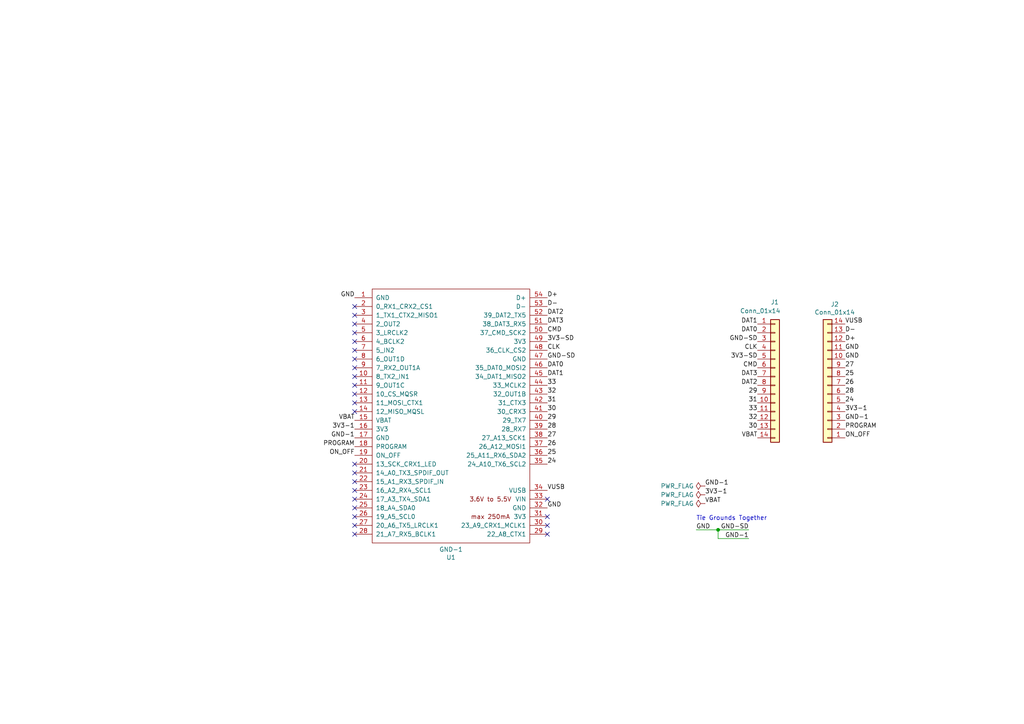
<source format=kicad_sch>
(kicad_sch (version 20211123) (generator eeschema)
  (paper "A4")
  (lib_symbols
    (symbol "Connector_Generic:Conn_01x14" (pin_names (offset 1.016) hide)
      (property "Reference" "J" (at 0 17.78 0))
      (property "Value" "Conn_01x14" (at 0 -20.32 0))
      (symbol "Conn_01x14_1_1"
        (rectangle (start -1.27 -17.653) (end 0 -17.907) (stroke (width 0.1524)))
        (rectangle (start -1.27 -15.113) (end 0 -15.367) (stroke (width 0.1524)))
        (rectangle (start -1.27 -12.573) (end 0 -12.827) (stroke (width 0.1524)))
        (rectangle (start -1.27 -10.033) (end 0 -10.287) (stroke (width 0.1524)))
        (rectangle (start -1.27 -7.493) (end 0 -7.747) (stroke (width 0.1524)))
        (rectangle (start -1.27 -4.953) (end 0 -5.207) (stroke (width 0.1524)))
        (rectangle (start -1.27 -2.413) (end 0 -2.667) (stroke (width 0.1524)))
        (rectangle (start -1.27 0.127) (end 0 -0.127) (stroke (width 0.1524)))
        (rectangle (start -1.27 2.667) (end 0 2.413) (stroke (width 0.1524)))
        (rectangle (start -1.27 5.207) (end 0 4.953) (stroke (width 0.1524)))
        (rectangle (start -1.27 7.747) (end 0 7.493) (stroke (width 0.1524)))
        (rectangle (start -1.27 10.287) (end 0 10.033) (stroke (width 0.1524)))
        (rectangle (start -1.27 12.827) (end 0 12.573) (stroke (width 0.1524)))
        (rectangle (start -1.27 15.367) (end 0 15.113) (stroke (width 0.1524)))
        (rectangle (start -1.27 16.51) (end 1.27 -19.05) (stroke (width 0.254)) (fill (type background)))
        (pin passive line (at -5.08 15.24 0) (length 3.81) (name "Pin_1") (number "1"))
        (pin passive line (at -5.08 -7.62 0) (length 3.81) (name "Pin_10") (number "10"))
        (pin passive line (at -5.08 -10.16 0) (length 3.81) (name "Pin_11") (number "11"))
        (pin passive line (at -5.08 -12.7 0) (length 3.81) (name "Pin_12") (number "12"))
        (pin passive line (at -5.08 -15.24 0) (length 3.81) (name "Pin_13") (number "13"))
        (pin passive line (at -5.08 -17.78 0) (length 3.81) (name "Pin_14") (number "14"))
        (pin passive line (at -5.08 12.7 0) (length 3.81) (name "Pin_2") (number "2"))
        (pin passive line (at -5.08 10.16 0) (length 3.81) (name "Pin_3") (number "3"))
        (pin passive line (at -5.08 7.62 0) (length 3.81) (name "Pin_4") (number "4"))
        (pin passive line (at -5.08 5.08 0) (length 3.81) (name "Pin_5") (number "5"))
        (pin passive line (at -5.08 2.54 0) (length 3.81) (name "Pin_6") (number "6"))
        (pin passive line (at -5.08 0 0) (length 3.81) (name "Pin_7") (number "7"))
        (pin passive line (at -5.08 -2.54 0) (length 3.81) (name "Pin_8") (number "8"))
        (pin passive line (at -5.08 -5.08 0) (length 3.81) (name "Pin_9") (number "9"))
      )
    )
    (symbol "power:PWR_FLAG" (power) (pin_numbers hide) (pin_names (offset 0) hide)
      (property "Value" "PWR_FLAG" (at 0 3.81 0))
      (symbol "PWR_FLAG_0_0"
        (pin power_out line (at 0 0 90) (length 0) (name "pwr") (number "1"))
      )
      (symbol "PWR_FLAG_0_1"
        (polyline (pts (xy 0 0) (xy 0 1.27) (xy -1.016 1.905) (xy 0 2.54) (xy 1.016 1.905) (xy 0 1.27)))
      )
    )
    (symbol "teensy4_header_breakout-rescue:Teensy4.0-Teensy" (pin_names (offset 1.016))
      (property "Reference" "U" (at 0 39.37 0))
      (property "Value" "Teensy4.0-Teensy" (at 0 -39.37 0))
      (symbol "Teensy4.0-Teensy_0_0"
        (text "3.6V to 5.5V" (at 11.43 -24.13 0) (effects (font (size 1.27 1.27))))
        (text "max 250mA" (at 11.43 -29.21 0) (effects (font (size 1.27 1.27))))
        (pin bidirectional line (at -27.94 11.43 0) (length 5.08) (name "8_TX2_IN1") (number "10"))
        (pin bidirectional line (at -27.94 8.89 0) (length 5.08) (name "9_OUT1C") (number "11"))
        (pin bidirectional line (at -27.94 6.35 0) (length 5.08) (name "10_CS_MQSR") (number "12"))
        (pin bidirectional line (at -27.94 3.81 0) (length 5.08) (name "11_MOSI_CTX1") (number "13"))
        (pin bidirectional line (at -27.94 1.27 0) (length 5.08) (name "12_MISO_MQSL") (number "14"))
        (pin power_in line (at -27.94 -1.27 0) (length 5.08) (name "VBAT") (number "15"))
        (pin power_in line (at -27.94 -3.81 0) (length 5.08) (name "3V3") (number "16"))
        (pin power_in line (at -27.94 -6.35 0) (length 5.08) (name "GND") (number "17"))
        (pin input line (at -27.94 -8.89 0) (length 5.08) (name "PROGRAM") (number "18"))
        (pin input line (at -27.94 -11.43 0) (length 5.08) (name "ON_OFF") (number "19"))
        (pin bidirectional line (at -27.94 -13.97 0) (length 5.08) (name "13_SCK_CRX1_LED") (number "20"))
        (pin bidirectional line (at -27.94 -16.51 0) (length 5.08) (name "14_A0_TX3_SPDIF_OUT") (number "21"))
        (pin bidirectional line (at -27.94 -19.05 0) (length 5.08) (name "15_A1_RX3_SPDIF_IN") (number "22"))
        (pin bidirectional line (at -27.94 -21.59 0) (length 5.08) (name "16_A2_RX4_SCL1") (number "23"))
        (pin bidirectional line (at -27.94 -24.13 0) (length 5.08) (name "17_A3_TX4_SDA1") (number "24"))
        (pin bidirectional line (at -27.94 -26.67 0) (length 5.08) (name "18_A4_SDA0") (number "25"))
        (pin bidirectional line (at -27.94 -29.21 0) (length 5.08) (name "19_A5_SCL0") (number "26"))
        (pin bidirectional line (at -27.94 -31.75 0) (length 5.08) (name "20_A6_TX5_LRCLK1") (number "27"))
        (pin bidirectional line (at -27.94 -34.29 0) (length 5.08) (name "21_A7_RX5_BCLK1") (number "28"))
        (pin bidirectional line (at 27.94 -34.29 180) (length 5.08) (name "22_A8_CTX1") (number "29"))
        (pin bidirectional line (at 27.94 -31.75 180) (length 5.08) (name "23_A9_CRX1_MCLK1") (number "30"))
        (pin power_out line (at 27.94 -29.21 180) (length 5.08) (name "3V3") (number "31"))
        (pin power_in line (at 27.94 -26.67 180) (length 5.08) (name "GND") (number "32"))
        (pin power_in line (at 27.94 -24.13 180) (length 5.08) (name "VIN") (number "33"))
        (pin power_out line (at 27.94 -21.59 180) (length 5.08) (name "VUSB") (number "34"))
        (pin bidirectional line (at 27.94 -13.97 180) (length 5.08) (name "24_A10_TX6_SCL2") (number "35"))
        (pin bidirectional line (at 27.94 -11.43 180) (length 5.08) (name "25_A11_RX6_SDA2") (number "36"))
        (pin bidirectional line (at 27.94 -8.89 180) (length 5.08) (name "26_A12_MOSI1") (number "37"))
        (pin bidirectional line (at 27.94 -6.35 180) (length 5.08) (name "27_A13_SCK1") (number "38"))
        (pin bidirectional line (at 27.94 -3.81 180) (length 5.08) (name "28_RX7") (number "39"))
        (pin bidirectional line (at 27.94 -1.27 180) (length 5.08) (name "29_TX7") (number "40"))
        (pin bidirectional line (at 27.94 1.27 180) (length 5.08) (name "30_CRX3") (number "41"))
        (pin bidirectional line (at 27.94 3.81 180) (length 5.08) (name "31_CTX3") (number "42"))
        (pin bidirectional line (at 27.94 6.35 180) (length 5.08) (name "32_OUT1B") (number "43"))
        (pin bidirectional line (at 27.94 8.89 180) (length 5.08) (name "33_MCLK2") (number "44"))
        (pin bidirectional line (at 27.94 11.43 180) (length 5.08) (name "34_DAT1_MISO2") (number "45"))
        (pin bidirectional line (at 27.94 13.97 180) (length 5.08) (name "35_DAT0_MOSI2") (number "46"))
        (pin power_out line (at 27.94 16.51 180) (length 5.08) (name "GND") (number "47"))
        (pin bidirectional line (at 27.94 19.05 180) (length 5.08) (name "36_CLK_CS2") (number "48"))
        (pin power_out line (at 27.94 21.59 180) (length 5.08) (name "3V3") (number "49"))
        (pin bidirectional line (at -27.94 24.13 0) (length 5.08) (name "3_LRCLK2") (number "5"))
        (pin bidirectional line (at 27.94 24.13 180) (length 5.08) (name "37_CMD_SCK2") (number "50"))
        (pin bidirectional line (at 27.94 26.67 180) (length 5.08) (name "38_DAT3_RX5") (number "51"))
        (pin bidirectional line (at 27.94 29.21 180) (length 5.08) (name "39_DAT2_TX5") (number "52"))
        (pin bidirectional line (at 27.94 31.75 180) (length 5.08) (name "D-") (number "53"))
        (pin bidirectional line (at 27.94 34.29 180) (length 5.08) (name "D+") (number "54"))
        (pin bidirectional line (at -27.94 21.59 0) (length 5.08) (name "4_BCLK2") (number "6"))
        (pin bidirectional line (at -27.94 19.05 0) (length 5.08) (name "5_IN2") (number "7"))
        (pin bidirectional line (at -27.94 16.51 0) (length 5.08) (name "6_OUT1D") (number "8"))
        (pin bidirectional line (at -27.94 13.97 0) (length 5.08) (name "7_RX2_OUT1A") (number "9"))
      )
      (symbol "Teensy4.0-Teensy_0_1"
        (rectangle (start -22.86 36.83) (end 22.86 -36.83))
        (rectangle (start -20.32 -31.75) (end -20.32 -31.75))
      )
      (symbol "Teensy4.0-Teensy_1_1"
        (pin power_in line (at -27.94 34.29 0) (length 5.08) (name "GND") (number "1"))
        (pin bidirectional line (at -27.94 31.75 0) (length 5.08) (name "0_RX1_CRX2_CS1") (number "2"))
        (pin bidirectional line (at -27.94 29.21 0) (length 5.08) (name "1_TX1_CTX2_MISO1") (number "3"))
        (pin bidirectional line (at -27.94 26.67 0) (length 5.08) (name "2_OUT2") (number "4"))
      )
    )
  )
  (junction (at 208.28 153.67))
  (no_connect (at 158.75 149.86))
  (no_connect (at 102.87 119.38))
  (no_connect (at 102.87 99.06))
  (no_connect (at 102.87 134.62))
  (no_connect (at 102.87 101.6))
  (no_connect (at 102.87 91.44))
  (no_connect (at 102.87 111.76))
  (no_connect (at 158.75 154.94))
  (no_connect (at 102.87 144.78))
  (no_connect (at 102.87 96.52))
  (no_connect (at 102.87 142.24))
  (no_connect (at 102.87 147.32))
  (no_connect (at 102.87 106.68))
  (no_connect (at 102.87 139.7))
  (no_connect (at 102.87 109.22))
  (no_connect (at 158.75 144.78))
  (no_connect (at 102.87 152.4))
  (no_connect (at 102.87 116.84))
  (no_connect (at 102.87 154.94))
  (no_connect (at 102.87 88.9))
  (no_connect (at 102.87 104.14))
  (no_connect (at 158.75 152.4))
  (no_connect (at 102.87 137.16))
  (no_connect (at 102.87 149.86))
  (no_connect (at 102.87 114.3))
  (no_connect (at 102.87 93.98))
  (wire (pts (xy 217.17 156.21) (xy 208.28 156.21)))
  (wire (pts (xy 217.17 153.67) (xy 208.28 153.67)))
  (wire (pts (xy 208.28 156.21) (xy 208.28 153.67)))
  (wire (pts (xy 208.28 153.67) (xy 201.93 153.67)))
  (text "Tie Grounds Together" (at 201.93 151.13 0) (effects (font (size 1.27 1.27)) (justify left bottom)))
  (label "D-" (at 158.75 88.9 0))
  (label "32" (at 219.71 121.92 180))
  (label "3V3-SD" (at 158.75 99.06 0))
  (label "3V3-SD" (at 219.71 104.14 180))
  (label "DAT3" (at 158.75 93.98 0))
  (label "CLK" (at 158.75 101.6 0))
  (label "DAT2" (at 158.75 91.44 0))
  (label "3V3-1" (at 204.47 143.51 0))
  (label "25" (at 158.75 132.08 0))
  (label "D-" (at 245.11 96.52 0))
  (label "33" (at 158.75 111.76 0))
  (label "GND-1" (at 102.87 127 180))
  (label "CLK" (at 219.71 101.6 180))
  (label "30" (at 158.75 119.38 0))
  (label "26" (at 245.11 111.76 0))
  (label "ON_OFF" (at 245.11 127 0))
  (label "GND" (at 245.11 104.14 0))
  (label "3V3-1" (at 102.87 124.46 180))
  (label "28" (at 158.75 124.46 0))
  (label "32" (at 158.75 114.3 0))
  (label "GND-1" (at 217.17 156.21 180))
  (label "ON_OFF" (at 102.87 132.08 180))
  (label "27" (at 245.11 106.68 0))
  (label "DAT1" (at 158.75 109.22 0))
  (label "25" (at 245.11 109.22 0))
  (label "31" (at 158.75 116.84 0))
  (label "31" (at 219.71 116.84 180))
  (label "24" (at 158.75 134.62 0))
  (label "D+" (at 158.75 86.36 0))
  (label "DAT0" (at 219.71 96.52 180))
  (label "GND-1" (at 204.47 140.97 0))
  (label "GND-1" (at 245.11 121.92 0))
  (label "VBAT" (at 204.47 146.05 0))
  (label "DAT1" (at 219.71 93.98 180))
  (label "CMD" (at 219.71 106.68 180))
  (label "GND" (at 102.87 86.36 180))
  (label "33" (at 219.71 119.38 180))
  (label "DAT0" (at 158.75 106.68 0))
  (label "PROGRAM" (at 245.11 124.46 0))
  (label "GND" (at 158.75 147.32 0))
  (label "GND" (at 201.93 153.67 0))
  (label "GND" (at 245.11 101.6 0))
  (label "GND-SD" (at 219.71 99.06 180))
  (label "DAT2" (at 219.71 111.76 180))
  (label "29" (at 158.75 121.92 0))
  (label "27" (at 158.75 127 0))
  (label "28" (at 245.11 114.3 0))
  (label "30" (at 219.71 124.46 180))
  (label "VBAT" (at 102.87 121.92 180))
  (label "29" (at 219.71 114.3 180))
  (label "3V3-1" (at 245.11 119.38 0))
  (label "VUSB" (at 245.11 93.98 0))
  (label "GND-SD" (at 217.17 153.67 180))
  (label "VUSB" (at 158.75 142.24 0))
  (label "PROGRAM" (at 102.87 129.54 180))
  (label "24" (at 245.11 116.84 0))
  (label "GND-SD" (at 158.75 104.14 0))
  (label "CMD" (at 158.75 96.52 0))
  (label "DAT3" (at 219.71 109.22 180))
  (label "D+" (at 245.11 99.06 0))
  (label "26" (at 158.75 129.54 0))
  (label "VBAT" (at 219.71 127 180))
  (symbol (lib_id "teensy4_header_breakout-rescue:Teensy4.0-Teensy") (at 130.81 120.65 0) (unit 1)
    (property "Reference" "U1" (at 130.81 161.671 0))
    (property "Value" "GND-1" (at 130.81 159.3596 0))
    (property "Footprint" "Teensy:Teensy40_SMT" (effects hide))
  )
  (symbol (lib_id "Connector_Generic:Conn_01x14") (at 224.79 109.22 0) (unit 1)
    (property "Reference" "J1" (at 223.52 87.63 0) (effects (justify left)))
    (property "Value" "Conn_01x14" (at 214.63 90.17 0) (effects (justify left)))
    (property "Footprint" "Connector_PinHeader_2.54mm:PinHeader_1x14_P2.54mm_Vertical" (effects hide))
  )
  (symbol (lib_id "Connector_Generic:Conn_01x14") (at 240.03 111.76 180) (unit 1)
    (property "Reference" "J2" (at 242.1128 88.265 0))
    (property "Value" "Conn_01x14" (at 242.1128 90.5764 0))
    (property "Footprint" "Connector_PinHeader_2.54mm:PinHeader_1x14_P2.54mm_Vertical" (effects hide))
  )
  (symbol (lib_id "power:PWR_FLAG") (at 204.47 140.97 90) (unit 1)
    (property "Reference" "#FLG0101" (effects hide))
    (property "Value" "PWR_FLAG" (at 201.2442 140.97 90) (effects (justify left)))
  )
  (symbol (lib_id "power:PWR_FLAG") (at 204.47 143.51 90) (unit 1)
    (property "Reference" "#FLG0102" (effects hide))
    (property "Value" "PWR_FLAG" (at 201.2442 143.51 90) (effects (justify left)))
  )
  (symbol (lib_id "power:PWR_FLAG") (at 204.47 146.05 90) (unit 1)
    (property "Reference" "#FLG0103" (effects hide))
    (property "Value" "PWR_FLAG" (at 201.2442 146.05 90) (effects (justify left)))
  )
)
</source>
